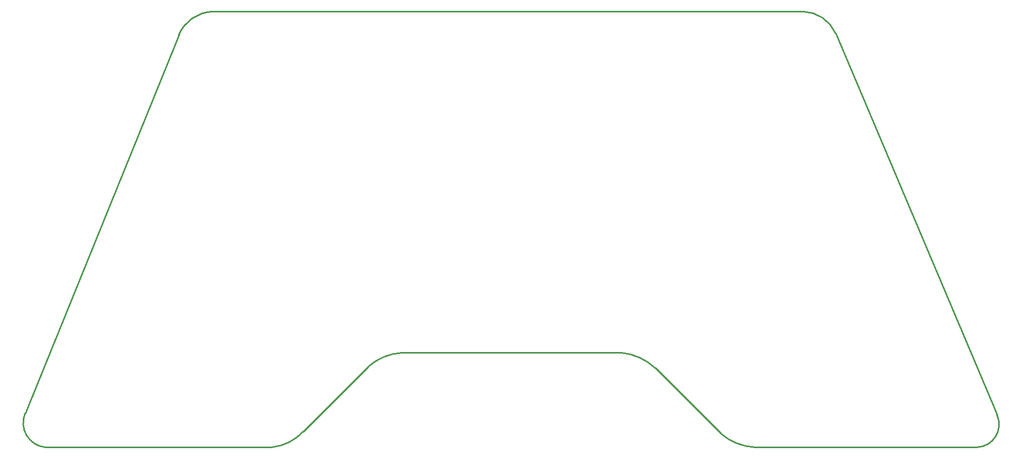
<source format=gko>
G04 Layer: BoardOutline*
G04 EasyEDA v6.3.41, 2020-05-08T09:10:35+02:00*
G04 d89a9af8d5c5437eb0be35cb3310ab06,10*
G04 Gerber Generator version 0.2*
G04 Scale: 100 percent, Rotated: No, Reflected: No *
G04 Dimensions in millimeters *
G04 leading zeros omitted , absolute positions ,3 integer and 3 decimal *
%FSLAX33Y33*%
%MOMM*%
G90*
G71D02*

%ADD10C,0.254000*%
G54D10*
G01X5659Y0D02*
G01X40711Y0D01*
G01X45791Y2540D02*
G01X56459Y13208D01*
G01X62047Y15494D02*
G01X97861Y15494D01*
G01X103449Y12954D02*
G01X114117Y2286D01*
G01X119705Y0D02*
G01X155519Y0D01*
G01X156027Y0D01*
G01X159329Y5334D02*
G01X132913Y67818D01*
G01X127579Y71374D02*
G01X31059Y71374D01*
G01X25471Y67564D02*
G01X325Y5588D01*
G01X3627Y0D02*
G01X5659Y0D01*
G75*
G01X156027Y0D02*
G03X159329Y5334I-90J3745D01*
G01*
G75*
G01X31059Y71374D02*
G03X25471Y67564I156J-6232D01*
G01*
G75*
G01X132913Y67818D02*
G03X127579Y71374I-5430J-2366D01*
G01*
G75*
G01X3627Y0D02*
G02X325Y5588I396J4004D01*
G01*
G75*
G01X40711Y0D02*
G03X45791Y2540I-889J8127D01*
G01*
G75*
G01X114117Y2286D02*
G03X119705Y0I6087J6906D01*
G01*
G75*
G01X62047Y15494D02*
G03X56459Y13208I499J-9192D01*
G01*
G75*
G01X103449Y12954D02*
G03X97861Y15494I-6517J-6921D01*
G01*

%LPD*%
M00*
M02*

</source>
